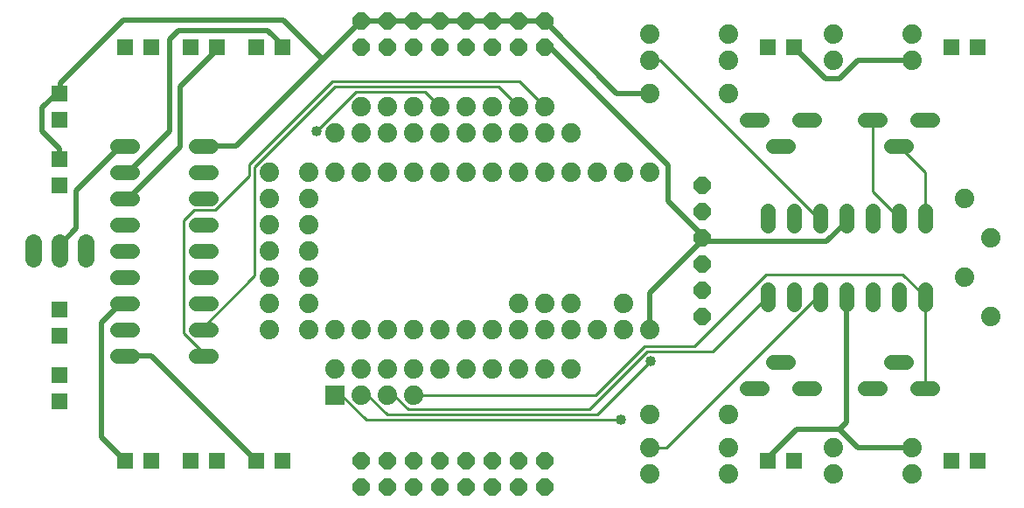
<source format=gbl>
G75*
%MOIN*%
%OFA0B0*%
%FSLAX25Y25*%
%IPPOS*%
%LPD*%
%AMOC8*
5,1,8,0,0,1.08239X$1,22.5*
%
%ADD10C,0.05600*%
%ADD11R,0.06400X0.06400*%
%ADD12C,0.07400*%
%ADD13OC8,0.06400*%
%ADD14C,0.06400*%
%ADD15R,0.07400X0.07400*%
%ADD16C,0.02000*%
%ADD17C,0.01000*%
%ADD18C,0.04000*%
D10*
X0043200Y0061000D02*
X0048800Y0061000D01*
X0048800Y0071000D02*
X0043200Y0071000D01*
X0043200Y0081000D02*
X0048800Y0081000D01*
X0048800Y0091000D02*
X0043200Y0091000D01*
X0043200Y0101000D02*
X0048800Y0101000D01*
X0048800Y0111000D02*
X0043200Y0111000D01*
X0043200Y0121000D02*
X0048800Y0121000D01*
X0048800Y0131000D02*
X0043200Y0131000D01*
X0043200Y0141000D02*
X0048800Y0141000D01*
X0073200Y0141000D02*
X0078800Y0141000D01*
X0078800Y0131000D02*
X0073200Y0131000D01*
X0073200Y0121000D02*
X0078800Y0121000D01*
X0078800Y0111000D02*
X0073200Y0111000D01*
X0073200Y0101000D02*
X0078800Y0101000D01*
X0078800Y0091000D02*
X0073200Y0091000D01*
X0073200Y0081000D02*
X0078800Y0081000D01*
X0078800Y0071000D02*
X0073200Y0071000D01*
X0073200Y0061000D02*
X0078800Y0061000D01*
X0283200Y0048500D02*
X0288800Y0048500D01*
X0303200Y0048500D02*
X0308800Y0048500D01*
X0298800Y0058500D02*
X0293200Y0058500D01*
X0328200Y0048500D02*
X0333800Y0048500D01*
X0348200Y0048500D02*
X0353800Y0048500D01*
X0343800Y0058500D02*
X0338200Y0058500D01*
X0341000Y0080700D02*
X0341000Y0086300D01*
X0351000Y0086300D02*
X0351000Y0080700D01*
X0331000Y0080700D02*
X0331000Y0086300D01*
X0321000Y0086300D02*
X0321000Y0080700D01*
X0311000Y0080700D02*
X0311000Y0086300D01*
X0301000Y0086300D02*
X0301000Y0080700D01*
X0291000Y0080700D02*
X0291000Y0086300D01*
X0291000Y0110700D02*
X0291000Y0116300D01*
X0301000Y0116300D02*
X0301000Y0110700D01*
X0311000Y0110700D02*
X0311000Y0116300D01*
X0321000Y0116300D02*
X0321000Y0110700D01*
X0331000Y0110700D02*
X0331000Y0116300D01*
X0341000Y0116300D02*
X0341000Y0110700D01*
X0351000Y0110700D02*
X0351000Y0116300D01*
X0343800Y0141000D02*
X0338200Y0141000D01*
X0333800Y0151000D02*
X0328200Y0151000D01*
X0308800Y0151000D02*
X0303200Y0151000D01*
X0288800Y0151000D02*
X0283200Y0151000D01*
X0293200Y0141000D02*
X0298800Y0141000D01*
X0348200Y0151000D02*
X0353800Y0151000D01*
D11*
X0361000Y0178500D03*
X0371000Y0178500D03*
X0301000Y0178500D03*
X0291000Y0178500D03*
X0106000Y0178500D03*
X0096000Y0178500D03*
X0081000Y0178500D03*
X0071000Y0178500D03*
X0056000Y0178500D03*
X0046000Y0178500D03*
X0021000Y0161000D03*
X0021000Y0151000D03*
X0021000Y0136000D03*
X0021000Y0126000D03*
X0021000Y0078500D03*
X0021000Y0068500D03*
X0021000Y0053500D03*
X0021000Y0043500D03*
X0046000Y0021000D03*
X0056000Y0021000D03*
X0071000Y0021000D03*
X0081000Y0021000D03*
X0096000Y0021000D03*
X0106000Y0021000D03*
X0291000Y0021000D03*
X0301000Y0021000D03*
X0361000Y0021000D03*
X0371000Y0021000D03*
D12*
X0346000Y0016000D03*
X0346000Y0026000D03*
X0316000Y0026000D03*
X0316000Y0016000D03*
X0276000Y0016000D03*
X0276000Y0026000D03*
X0276000Y0038500D03*
X0246000Y0038500D03*
X0246000Y0026000D03*
X0246000Y0016000D03*
X0216000Y0056000D03*
X0206000Y0056000D03*
X0196000Y0056000D03*
X0186000Y0056000D03*
X0176000Y0056000D03*
X0166000Y0056000D03*
X0156000Y0056000D03*
X0146000Y0056000D03*
X0136000Y0056000D03*
X0126000Y0056000D03*
X0136000Y0046000D03*
X0146000Y0046000D03*
X0156000Y0046000D03*
X0156000Y0071000D03*
X0166000Y0071000D03*
X0176000Y0071000D03*
X0186000Y0071000D03*
X0196000Y0071000D03*
X0206000Y0071000D03*
X0216000Y0071000D03*
X0226000Y0071000D03*
X0236000Y0071000D03*
X0246000Y0071000D03*
X0236000Y0081000D03*
X0216000Y0081000D03*
X0206000Y0081000D03*
X0196000Y0081000D03*
X0146000Y0071000D03*
X0136000Y0071000D03*
X0126000Y0071000D03*
X0116000Y0071000D03*
X0101000Y0071000D03*
X0101000Y0081000D03*
X0116000Y0081000D03*
X0116000Y0091000D03*
X0101000Y0091000D03*
X0101000Y0101000D03*
X0116000Y0101000D03*
X0116000Y0111000D03*
X0101000Y0111000D03*
X0101000Y0121000D03*
X0116000Y0121000D03*
X0116000Y0131000D03*
X0126000Y0131000D03*
X0136000Y0131000D03*
X0146000Y0131000D03*
X0156000Y0131000D03*
X0166000Y0131000D03*
X0176000Y0131000D03*
X0186000Y0131000D03*
X0196000Y0131000D03*
X0206000Y0131000D03*
X0216000Y0131000D03*
X0226000Y0131000D03*
X0236000Y0131000D03*
X0246000Y0131000D03*
X0216000Y0146000D03*
X0206000Y0146000D03*
X0196000Y0146000D03*
X0186000Y0146000D03*
X0176000Y0146000D03*
X0166000Y0146000D03*
X0156000Y0146000D03*
X0146000Y0146000D03*
X0136000Y0146000D03*
X0126000Y0146000D03*
X0136000Y0156000D03*
X0146000Y0156000D03*
X0156000Y0156000D03*
X0166000Y0156000D03*
X0176000Y0156000D03*
X0186000Y0156000D03*
X0196000Y0156000D03*
X0206000Y0156000D03*
X0246000Y0161000D03*
X0246000Y0173500D03*
X0246000Y0183500D03*
X0276000Y0183500D03*
X0276000Y0173500D03*
X0276000Y0161000D03*
X0316000Y0173500D03*
X0316000Y0183500D03*
X0346000Y0183500D03*
X0346000Y0173500D03*
X0366000Y0121000D03*
X0376000Y0106000D03*
X0366000Y0091000D03*
X0376000Y0076000D03*
X0101000Y0131000D03*
D13*
X0136000Y0178500D03*
X0146000Y0178500D03*
X0156000Y0178500D03*
X0166000Y0178500D03*
X0176000Y0178500D03*
X0186000Y0178500D03*
X0196000Y0178500D03*
X0206000Y0178500D03*
X0206000Y0188500D03*
X0196000Y0188500D03*
X0186000Y0188500D03*
X0176000Y0188500D03*
X0166000Y0188500D03*
X0156000Y0188500D03*
X0146000Y0188500D03*
X0136000Y0188500D03*
X0266000Y0126000D03*
X0266000Y0116000D03*
X0266000Y0106000D03*
X0266000Y0096000D03*
X0266000Y0086000D03*
X0266000Y0076000D03*
X0206000Y0021000D03*
X0196000Y0021000D03*
X0186000Y0021000D03*
X0176000Y0021000D03*
X0166000Y0021000D03*
X0156000Y0021000D03*
X0146000Y0021000D03*
X0136000Y0021000D03*
X0136000Y0011000D03*
X0146000Y0011000D03*
X0156000Y0011000D03*
X0166000Y0011000D03*
X0176000Y0011000D03*
X0186000Y0011000D03*
X0196000Y0011000D03*
X0206000Y0011000D03*
D14*
X0031000Y0097800D02*
X0031000Y0104200D01*
X0021000Y0104200D02*
X0021000Y0097800D01*
X0011000Y0097800D02*
X0011000Y0104200D01*
D15*
X0126000Y0046000D03*
D16*
X0046000Y0021000D02*
X0037000Y0030000D01*
X0037000Y0073500D01*
X0044500Y0081000D01*
X0046000Y0081000D01*
X0046000Y0061000D02*
X0056000Y0061000D01*
X0096000Y0021000D01*
X0246000Y0071000D02*
X0246000Y0085000D01*
X0266000Y0105000D01*
X0266000Y0106000D01*
X0265500Y0106500D01*
X0265500Y0107500D01*
X0253000Y0120000D01*
X0253000Y0133500D01*
X0208000Y0178500D01*
X0206000Y0178500D01*
X0206000Y0188500D02*
X0196000Y0188500D01*
X0186000Y0188500D01*
X0176000Y0188500D01*
X0166000Y0188500D01*
X0156000Y0188500D01*
X0146000Y0188500D01*
X0136000Y0188500D01*
X0121500Y0174000D01*
X0106500Y0189000D01*
X0045500Y0189000D01*
X0021500Y0165000D01*
X0021500Y0161500D01*
X0021000Y0161000D01*
X0020000Y0161000D01*
X0014500Y0155500D01*
X0014500Y0146500D01*
X0021000Y0140000D01*
X0021000Y0136000D01*
X0027500Y0124000D02*
X0027500Y0109500D01*
X0021000Y0103000D01*
X0021000Y0101000D01*
X0046000Y0121000D02*
X0047500Y0121000D01*
X0067000Y0140500D01*
X0067000Y0163500D01*
X0081000Y0177500D01*
X0081000Y0178500D01*
X0066500Y0185000D02*
X0100500Y0185000D01*
X0106000Y0179500D01*
X0106000Y0178500D01*
X0121500Y0174000D02*
X0088500Y0141000D01*
X0076000Y0141000D01*
X0063000Y0146500D02*
X0063000Y0181500D01*
X0066500Y0185000D01*
X0063000Y0146500D02*
X0047500Y0131000D01*
X0046000Y0131000D01*
X0044500Y0141000D02*
X0027500Y0124000D01*
X0044500Y0141000D02*
X0046000Y0141000D01*
X0206000Y0188500D02*
X0233500Y0161000D01*
X0246000Y0161000D01*
X0301000Y0178500D02*
X0313000Y0166500D01*
X0318500Y0166500D01*
X0325500Y0173500D01*
X0346000Y0173500D01*
X0321000Y0113500D02*
X0321000Y0112000D01*
X0313500Y0104500D01*
X0267500Y0104500D01*
X0266000Y0106000D01*
X0321000Y0083500D02*
X0321000Y0035500D01*
X0318500Y0033000D01*
X0302000Y0033000D01*
X0291000Y0022000D01*
X0291000Y0021000D01*
X0318500Y0033000D02*
X0325500Y0026000D01*
X0346000Y0026000D01*
D17*
X0351000Y0048500D02*
X0351000Y0083500D01*
X0342500Y0092000D01*
X0290500Y0092000D01*
X0263000Y0064500D01*
X0244000Y0064500D01*
X0225500Y0046000D01*
X0156000Y0046000D01*
X0154000Y0040500D02*
X0148500Y0046000D01*
X0146000Y0046000D01*
X0146000Y0038500D02*
X0138500Y0046000D01*
X0136000Y0046000D01*
X0128500Y0046000D02*
X0138000Y0036500D01*
X0235000Y0036500D01*
X0226000Y0038500D02*
X0246500Y0059000D01*
X0245000Y0062500D02*
X0270000Y0062500D01*
X0291000Y0083500D01*
X0310000Y0083500D02*
X0252500Y0026000D01*
X0246000Y0026000D01*
X0226000Y0038500D02*
X0146000Y0038500D01*
X0154000Y0040500D02*
X0223000Y0040500D01*
X0245000Y0062500D01*
X0310000Y0083500D02*
X0311000Y0083500D01*
X0311000Y0113500D02*
X0310000Y0113500D01*
X0250000Y0173500D01*
X0246000Y0173500D01*
X0206000Y0156000D02*
X0196500Y0165500D01*
X0125000Y0165500D01*
X0093500Y0134000D01*
X0093500Y0129500D01*
X0080500Y0116500D01*
X0072500Y0116500D01*
X0068500Y0112500D01*
X0068500Y0069500D01*
X0076000Y0062000D01*
X0076000Y0061000D01*
X0076000Y0071000D02*
X0076000Y0072000D01*
X0095500Y0091500D01*
X0095500Y0133000D01*
X0126000Y0163500D01*
X0188500Y0163500D01*
X0196000Y0156000D01*
X0166000Y0156000D02*
X0160500Y0161500D01*
X0134000Y0161500D01*
X0119000Y0146500D01*
X0126000Y0046000D02*
X0128500Y0046000D01*
X0331000Y0123500D02*
X0331000Y0151000D01*
X0341000Y0141000D02*
X0351000Y0131000D01*
X0351000Y0113500D01*
X0341000Y0113500D02*
X0331000Y0123500D01*
D18*
X0246500Y0059000D03*
X0235000Y0036500D03*
X0119000Y0146500D03*
M02*

</source>
